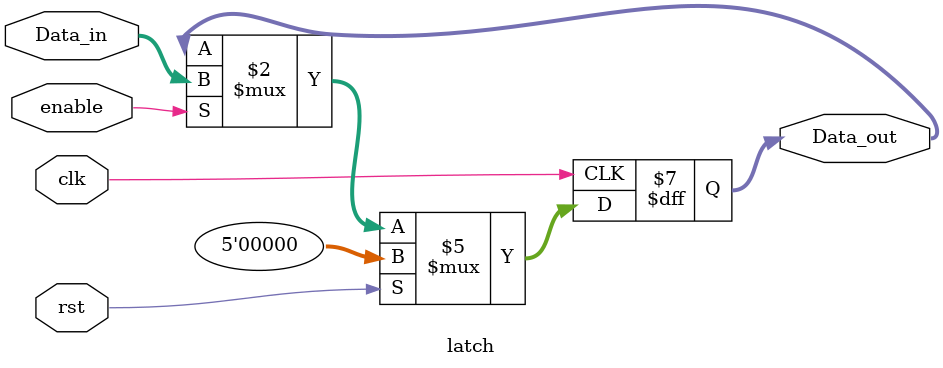
<source format=sv>
 `timescale 1 ns / 1 ps
/*
 Module name:   latch
 Author:        Wojciech Miskowicz
 Last modified: 2023-06-11
 Description:  Passes data when enabled
 */
//////////////////////////////////////////////////////////////////////////////
 module latch
 #(parameter
    DATA_SIZE = 5
 )
    (
        input wire clk,
        input wire rst,
        input  wire  enable,  
        input  wire  [DATA_SIZE-1:0] Data_in,  
        output reg [DATA_SIZE-1:0] Data_out 
    );


    always_ff @(posedge clk) begin
        if(rst)begin
            Data_out <= '0;
        end
        else begin
            if(enable) begin
                Data_out <= Data_in;
            end
        end
    end

    



 endmodule
</source>
